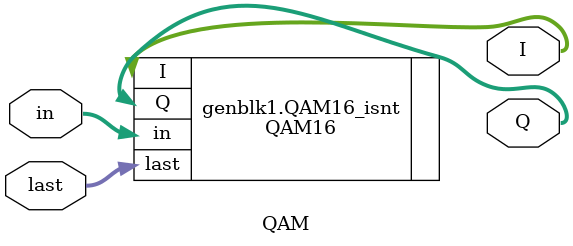
<source format=v>
`timescale 1ns / 1ps
module QAM #(
	 /* Parameters */
	 parameter N      = 16,           // Number of parallel inputs
	 parameter W      = 16,           // Bus width
	 parameter FORMAT = 3'b100        // QAM order 
 )(
    /* Input and output ports */
    input  wire [FORMAT*N-1:0] in,   // Clustered input stream
	 input  wire [W-1:0]        last, // Last constellation point
    output wire [W*N-1:0]      I,    // In-phase component
	 output wire [W*N-1:0]      Q     // Quadrature component
 );


	 /***************************************************************************
	 * QAM Mapping
	 ***************************************************************************/
	 generate // generate only the required module
		 case(FORMAT)
			 3'b011:    // 8-QAM
				 QAM8 #(
					.N(N),       // Number of parallel inputs
					.W(W)        // Bus Witdh
				 ) QAM8_isnt(
					.in(in),     // Clustered input stream
					.last(last), // Last constellation point
					.I(I),		 // In-phase component  
					.Q(Q)        // Quadrature component
				 );
			 3'b100:    // 16-QAM
				 QAM16 #(
					.N(N),       // Number of parallel inputs
					.W(W)        // Bus Witdh
				 ) QAM16_isnt(
					.in(in),     // Clustered input stream
					.last(last), // Last constellation point
					.I(I),		 // In-phase component  
					.Q(Q)        // Quadrature component
				 );
			 3'b101:    // 32-QAM
				 QAM32 #(
					.N(N),       // Number of parallel inputs
					.W(W)        // Bus Witdh
				 ) QAM32_isnt(
					.in(in),     // Clustered input stream
					.last(last), // Last constellation point
					.I(I),		 // In-phase component  
					.Q(Q)        // Quadrature component
				 );
			 3'b110:    // 64-QAM
				 QAM64 #(
					.N(N),       // Number of parallel inputs
					.W(W)        // Bus Witdh
				 ) QAM64_isnt(
					.in(in),     // Clustered input stream
					.last(last), // Last constellation point
					.I(I),		 // In-phase component  
					.Q(Q)        // Quadrature component
				 );
			 default:   // unsupported or undefined QAM format
				 begin assign I = 'bx; assign Q = 'bx; end
		 endcase
	 endgenerate
	 
	 /***************************************************************************/


endmodule		

		
		           


</source>
